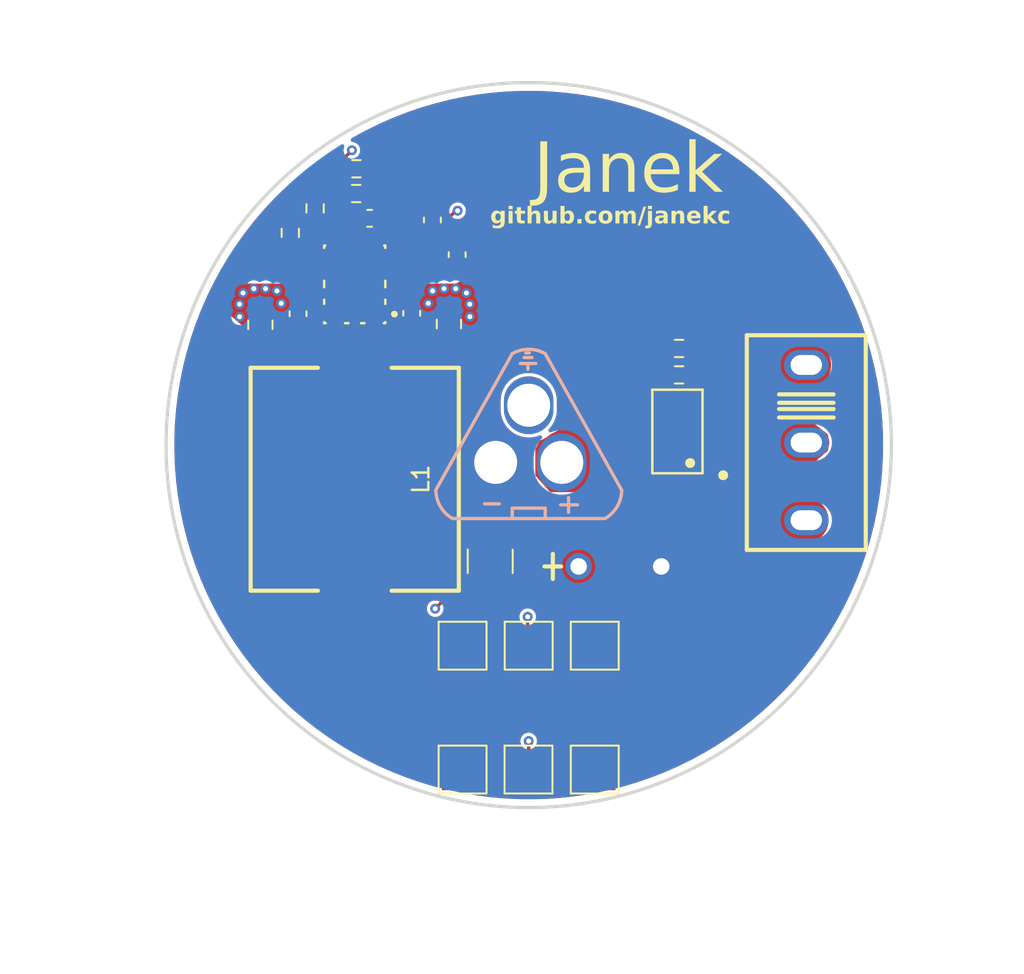
<source format=kicad_pcb>
(kicad_pcb (version 20241229) (generator "pcbnew") (generator_version "9.0")
  (layers (0 "F.Cu" signal) (4 "In1.Cu" signal) (6 "In2.Cu" signal) (2 "B.Cu" signal) (13 "F.Paste" user) (15 "B.Paste" user) (5 "F.SilkS" user "F.Silkscreen") (7 "B.SilkS" user "B.Silkscreen") (1 "F.Mask" user) (3 "B.Mask" user) (25 "Edge.Cuts" user))
  (net 0 "")
  (net 1 "GND")
  (net 2 "VDC")
  (net 3 "CBOOT")
  (net 4 "Net-(U2-SW)")
  (net 5 "Net-(Q1-S-Pad1)")
  (net 6 "Net-(Q1-G)")
  (net 7 "LED_DATA")
  (net 8 "VIN2")
  (net 9 "Net-(U2-VCC)")
  (net 10 "VIN")
  (net 11 "FB")
  (net 12 "Net-(U2-~{RESET})")
  (net 13 "Net-(U2-RT)")
  (footprint "TestPoint:TestPoint_Pad_2.5x2.5mm" (layer "F.Cu") (at 156.81 112.5)
    (property "Reference" "TP6" (hide yes))
    (property "Value" "LED_GND" (hide yes))
    (fp_line (start -1.45 -1.45) (end 1.45 -1.45) (stroke (width 0.12)) (layer "F.SilkS"))
    (fp_line (start -1.45 1.45) (end -1.45 -1.45) (stroke (width 0.12)) (layer "F.SilkS"))
    (fp_line (start 1.45 -1.45) (end 1.45 1.45) (stroke (width 0.12)) (layer "F.SilkS"))
    (fp_line (start 1.45 1.45) (end -1.45 1.45) (stroke (width 0.12)) (layer "F.SilkS"))
    (pad "1" smd rect (at 0 0) (size 2.5 2.5) (layers "F.Cu" "F.Mask") (net 1 "GND"))
  )
  (footprint "Capacitor_SMD:C_1210_3225Metric_Pad1.33x2.70mm_HandSolder" (layer "F.Cu") (at 150.4825 99.89 90)
    (property "Reference" "Cout1" (hide yes))
    (property "Value" "47uF" (hide yes))
    (fp_line (start -0.711252 -1.36) (end 0.711252 -1.36) (stroke (width 0.12)) (layer "F.SilkS"))
    (fp_line (start -0.711252 1.36) (end 0.711252 1.36) (stroke (width 0.12)) (layer "F.SilkS"))
    (pad "1" smd roundrect (at -1.5625 0 90) (size 1.325 2.7) (layers "F.Cu" "F.Mask" "F.Paste") (roundrect_rratio 0.188679) (net 2 "VDC"))
    (pad "2" smd roundrect (at 1.5625 0 90) (size 1.325 2.7) (layers "F.Cu" "F.Mask" "F.Paste") (roundrect_rratio 0.188679) (net 1 "GND"))
  )
  (footprint "Capacitor_SMD:C_0603_1608Metric_Pad1.08x0.95mm_HandSolder" (layer "F.Cu") (at 145.7325 84.87 -90)
    (property "Reference" "Cinx1" (hide yes))
    (property "Value" "1uF" (hide yes))
    (fp_line (start -0.146267 0.51) (end 0.146267 0.51) (stroke (width 0.12)) (layer "F.SilkS"))
    (fp_line (start -0.146267 -0.51) (end 0.146267 -0.51) (stroke (width 0.12)) (layer "F.SilkS"))
    (pad "1" smd roundrect (at -0.8625 0 270) (size 1.075 0.95) (layers "F.Cu" "F.Mask" "F.Paste") (net 8 "VIN2"))
    (pad "2" smd roundrect (at 0.8625 0 270) (size 1.075 0.95) (layers "F.Cu" "F.Mask" "F.Paste") (net 1 "GND"))
  )
  (footprint "TestPoint:TestPoint_Pad_2.5x2.5mm" (layer "F.Cu") (at 148.81 112.5)
    (property "Reference" "TP3" (hide yes))
    (property "Value" "LED_VDC" (hide yes))
    (fp_line (start -1.45 -1.45) (end 1.45 -1.45) (stroke (width 0.12)) (layer "F.SilkS"))
    (fp_line (start -1.45 1.45) (end -1.45 -1.45) (stroke (width 0.12)) (layer "F.SilkS"))
    (fp_line (start 1.45 -1.45) (end 1.45 1.45) (stroke (width 0.12)) (layer "F.SilkS"))
    (fp_line (start 1.45 1.45) (end -1.45 1.45) (stroke (width 0.12)) (layer "F.SilkS"))
    (pad "1" smd rect (at 0 0) (size 2.5 2.5) (layers "F.Cu" "F.Mask") (net 2 "VDC"))
  )
  (footprint "Resistor_SMD:R_0603_1608Metric_Pad0.98x0.95mm_HandSolder" (layer "F.Cu") (at 139.8825 78.52 90)
    (property "Reference" "Rt1" (hide yes))
    (property "Value" "53.6k" (hide yes))
    (fp_line (start -0.254724 -0.5225) (end 0.254724 -0.5225) (stroke (width 0.12)) (layer "F.SilkS"))
    (fp_line (start -0.254724 0.5225) (end 0.254724 0.5225) (stroke (width 0.12)) (layer "F.SilkS"))
    (pad "1" smd roundrect (at -0.9125 0 90) (size 0.975 0.95) (layers "F.Cu" "F.Mask" "F.Paste") (net 13 "Net-(U2-RT)"))
    (pad "2" smd roundrect (at 0.9125 0 90) (size 0.975 0.95) (layers "F.Cu" "F.Mask" "F.Paste") (net 1 "GND"))
  )
  (footprint "Capacitor_SMD:C_0603_1608Metric_Pad1.08x0.95mm_HandSolder" (layer "F.Cu") (at 138.8525 84.9 -90)
    (property "Reference" "Cinx2" (hide yes))
    (property "Value" "1uF" (hide yes))
    (fp_line (start -0.146267 0.51) (end 0.146267 0.51) (stroke (width 0.12)) (layer "F.SilkS"))
    (fp_line (start -0.146267 -0.51) (end 0.146267 -0.51) (stroke (width 0.12)) (layer "F.SilkS"))
    (pad "1" smd roundrect (at -0.8625 0 270) (size 1.075 0.95) (layers "F.Cu" "F.Mask" "F.Paste") (net 8 "VIN2"))
    (pad "2" smd roundrect (at 0.8625 0 270) (size 1.075 0.95) (layers "F.Cu" "F.Mask" "F.Paste") (net 1 "GND"))
  )
  (footprint "easyeda2kicad:VQFN-16_L4.5-W3.5-P0.50-TL_TI_RPH" (layer "F.Cu") (at 142.2825 82.99 180)
    (property "Reference" "U2" (hide yes))
    (property "Value" "LM61480RPHR" (hide yes))
    (fp_line (start 1.85 2.22) (end 1.85 2.08) (stroke (width 0.15)) (layer "F.SilkS"))
    (fp_line (start 1.85 0.09) (end 1.85 -0.3) (stroke (width 0.15)) (layer "F.SilkS"))
    (fp_line (start 1.85 -1.06) (end 1.85 -1.31) (stroke (width 0.15)) (layer "F.SilkS"))
    (fp_line (start 1.85 -2.42) (end 1.85 -2.48) (stroke (width 0.15)) (layer "F.SilkS"))
    (fp_line (start 1.85 -2.48) (end 1.76 -2.48) (stroke (width 0.15)) (layer "F.SilkS"))
    (fp_line (start 1.78 2.22) (end 1.85 2.22) (stroke (width 0.15)) (layer "F.SilkS"))
    (fp_line (start 0.59 -2.48) (end 0.38 -2.48) (stroke (width 0.15)) (layer "F.SilkS"))
    (fp_line (start -0.38 -2.48) (end -0.59 -2.48) (stroke (width 0.15)) (layer "F.SilkS"))
    (fp_line (start -1.76 -2.48) (end -1.85 -2.48) (stroke (width 0.15)) (layer "F.SilkS"))
    (fp_line (start -1.85 2.22) (end -1.78 2.22) (stroke (width 0.15)) (layer "F.SilkS"))
    (fp_line (start -1.85 2.08) (end -1.85 2.22) (stroke (width 0.15)) (layer "F.SilkS"))
    (fp_line (start -1.85 -0.3) (end -1.85 0.09) (stroke (width 0.15)) (layer "F.SilkS"))
    (fp_line (start -1.85 -1.31) (end -1.85 -1.06) (stroke (width 0.15)) (layer "F.SilkS"))
    (fp_line (start -1.85 -2.48) (end -1.85 -2.42) (stroke (width 0.15)) (layer "F.SilkS"))
    (fp_circle (center -2.4 -1.93) (end -2.3 -1.93) (stroke (width 0.2)) (fill no) (layer "F.SilkS"))
    (fp_circle (center -2.4 -1.93) (end -2.3 -1.93) (stroke (width 0.2)) (fill no) (layer "F.SilkS"))
    (pad "1" smd custom (at -1.38 -2.04 180) (size 0.01 0.01) (layers "F.Cu" "F.Mask" "F.Paste") (net 1 "GND") (options (clearance outline) (anchor circle)) (primitives (gr_poly (pts (xy -0.6 -0.2) (xy -0.2 -0.2) (xy -0.2 -0.55) (xy 0.6 -0.55) (xy 0.6 0.55) (xy -0.6 0.55)) (width 0.1) (fill yes))))
    (pad "2" smd rect (at -1.42 -0.68 180) (size 1.1 0.4) (layers "F.Cu" "F.Mask" "F.Paste") (net 8 "VIN2"))
    (pad "3" smd rect (at -1.55 0.39 180) (size 0.85 0.25) (layers "F.Cu" "F.Mask" "F.Paste") (net 3 "CBOOT"))
    (pad "4" smd rect (at -1.55 0.89 180) (size 0.85 0.25) (layers "F.Cu" "F.Mask" "F.Paste") (net 3 "CBOOT"))
    (pad "5" smd rect (at -1.55 1.39 180) (size 0.85 0.25) (layers "F.Cu" "F.Mask" "F.Paste") (net 2 "VDC"))
    (pad "6" smd custom (at -1.4 2.04 180) (size 0.01 0.01) (layers "F.Cu" "F.Mask" "F.Paste") (net 9 "Net-(U2-VCC)") (options (clearance outline) (anchor circle)) (primitives (gr_poly (pts (xy -0.2 -0.15) (xy -0.57 -0.15) (xy -0.57 -0.29) (xy 0.55 -0.29) (xy 0.55 0.31) (xy -0.2 0.31)) (width 0.1) (fill yes))))
    (pad "7" smd rect (at -0.5 1.99 180) (size 0.25 0.7) (layers "F.Cu" "F.Mask" "F.Paste") (net 11 "FB"))
    (pad "8" smd rect (at 0 1.92 180) (size 0.25 0.85) (layers "F.Cu" "F.Mask" "F.Paste") (net 1 "GND"))
    (pad "9" smd rect (at 0.5 1.99 180) (size 0.25 0.7) (layers "F.Cu" "F.Mask" "F.Paste") (net 13 "Net-(U2-RT)"))
    (pad "10" smd custom (at 1.4 2.04 180) (size 0.01 0.01) (layers "F.Cu" "F.Mask" "F.Paste") (net 12 "Net-(U2-~{RESET})") (options (clearance outline) (anchor circle)) (primitives (gr_poly (pts (xy 0.2 -0.15) (xy 0.57 -0.15) (xy 0.57 -0.29) (xy -0.55 -0.29) (xy -0.55 0.31) (xy 0.2 0.31)) (width 0.1) (fill yes))))
    (pad "11" smd rect (at 1.55 1.39 180) (size 0.85 0.25) (layers "F.Cu" "F.Mask" "F.Paste") (net 1 "GND"))
    (pad "12" smd rect (at 1.55 0.89 180) (size 0.85 0.25) (layers "F.Cu" "F.Mask" "F.Paste") (net 1 "GND"))
    (pad "13" smd rect (at 1.55 0.39 180) (size 0.85 0.25) (layers "F.Cu" "F.Mask" "F.Paste") (net 8 "VIN2"))
    (pad "14" smd rect (at 1.42 -0.68 180) (size 1.1 0.4) (layers "F.Cu" "F.Mask" "F.Paste") (net 8 "VIN2"))
    (pad "15" smd custom (at 1.37 -2.04 180) (size 0.01 0.01) (layers "F.Cu" "F.Mask" "F.Paste") (net 1 "GND") (options (clearance outline) (anchor circle)) (primitives (gr_poly (pts (xy 0.6 -0.2) (xy 0.2 -0.2) (xy 0.2 -0.55) (xy -0.6 -0.55) (xy -0.6 0.55) (xy 0.6 0.55)) (width 0.1) (fill yes))))
    (pad "16" smd rect (at 0 -1.09 180) (size 0.4 3) (layers "F.Cu" "F.Mask" "F.Paste") (net 4 "Net-(U2-SW)"))
  )
  (footprint "easyeda2kicad:SOIC-8_L4.9-W3.9-P1.27-LS6.0-BL" (layer "F.Cu") (at 161.8125 92.0275 90)
    (property "Reference" "Q1" (hide yes))
    (property "Value" "AO4407A" (hide yes))
    (fp_line (start 2.53 -1.52) (end 2.53 1.52) (stroke (width 0.15)) (layer "F.SilkS"))
    (fp_line (start -2.53 -1.52) (end 2.53 -1.52) (stroke (width 0.15)) (layer "F.SilkS"))
    (fp_line (start 2.53 1.52) (end -2.53 1.52) (stroke (width 0.15)) (layer "F.SilkS"))
    (fp_line (start -2.53 1.52) (end -2.53 -1.52) (stroke (width 0.15)) (layer "F.SilkS"))
    (fp_circle (center -1.91 0.77) (end -1.76 0.77) (stroke (width 0.3)) (fill no) (layer "F.SilkS"))
    (fp_circle (center -2.65 2.77) (end -2.5 2.77) (stroke (width 0.3)) (fill no) (layer "F.SilkS"))
    (pad "1" smd oval (at -1.91 2.77 90) (size 0.59 2.05) (layers "F.Cu" "F.Mask" "F.Paste") (net 5 "Net-(Q1-S-Pad1)"))
    (pad "2" smd oval (at -0.63 2.77 90) (size 0.59 2.05) (layers "F.Cu" "F.Mask" "F.Paste") (net 5 "Net-(Q1-S-Pad1)"))
    (pad "3" smd oval (at 0.63 2.77 90) (size 0.59 2.05) (layers "F.Cu" "F.Mask" "F.Paste") (net 5 "Net-(Q1-S-Pad1)"))
    (pad "4" smd oval (at 1.9 2.77 90) (size 0.59 2.05) (layers "F.Cu" "F.Mask" "F.Paste") (net 6 "Net-(Q1-G)"))
    (pad "5" smd oval (at 1.9 -2.77 90) (size 0.59 2.05) (layers "F.Cu" "F.Mask" "F.Paste") (net 10 "VIN"))
    (pad "6" smd oval (at 0.63 -2.77 90) (size 0.59 2.05) (layers "F.Cu" "F.Mask" "F.Paste") (net 10 "VIN"))
    (pad "7" smd oval (at -0.63 -2.77 90) (size 0.59 2.05) (layers "F.Cu" "F.Mask" "F.Paste") (net 10 "VIN"))
    (pad "8" smd oval (at -1.91 -2.77 90) (size 0.59 2.05) (layers "F.Cu" "F.Mask" "F.Paste") (net 10 "VIN"))
  )
  (footprint "Resistor_SMD:R_0603_1608Metric_Pad0.98x0.95mm_HandSolder" (layer "F.Cu") (at 161.9125 88.6)
    (property "Reference" "R1" (hide yes))
    (property "Value" "100R" (hide yes))
    (fp_line (start -0.254724 -0.5225) (end 0.254724 -0.5225) (stroke (width 0.12)) (layer "F.SilkS"))
    (fp_line (start -0.254724 0.5225) (end 0.254724 0.5225) (stroke (width 0.12)) (layer "F.SilkS"))
    (pad "1" smd roundrect (at -0.9125 0) (size 0.975 0.95) (layers "F.Cu" "F.Mask" "F.Paste") (net 10 "VIN"))
    (pad "2" smd roundrect (at 0.9125 0) (size 0.975 0.95) (layers "F.Cu" "F.Mask" "F.Paste") (net 6 "Net-(Q1-G)"))
  )
  (footprint "easyeda2kicad:IND-SMD_L13.5-W12.6" (layer "F.Cu") (at 142.2825 94.92 -90)
    (property "Reference" "L1" (at 0 -4 90) (layer "F.SilkS"))
    (property "Value" "15uH" (hide yes))
    (fp_line (start -6.75 6.3) (end -6.75 2.23) (stroke (width 0.25)) (layer "F.SilkS"))
    (fp_line (start 6.75 6.3) (end -6.75 6.3) (stroke (width 0.25)) (layer "F.SilkS"))
    (fp_line (start 6.75 6.3) (end 6.75 2.23) (stroke (width 0.25)) (layer "F.SilkS"))
    (fp_line (start -6.75 -2.23) (end -6.75 -6.3) (stroke (width 0.25)) (layer "F.SilkS"))
    (fp_line (start 6.75 -2.23) (end 6.75 -6.3) (stroke (width 0.25)) (layer "F.SilkS"))
    (fp_line (start -6.75 -6.3) (end 6.75 -6.3) (stroke (width 0.25)) (layer "F.SilkS"))
    (pad "1" smd rect (at -6 0) (size 4 3.5) (layers "F.Cu" "F.Mask" "F.Paste") (net 4 "Net-(U2-SW)"))
    (pad "2" smd rect (at 6 0) (size 4 3.5) (layers "F.Cu" "F.Mask" "F.Paste") (net 2 "VDC"))
  )
  (footprint "TestPoint:TestPoint_Pad_2.5x2.5mm" (layer "F.Cu") (at 152.81 105)
    (property "Reference" "TP5" (hide yes))
    (property "Value" "LED_DATA" (hide yes))
    (fp_line (start -1.45 -1.45) (end 1.45 -1.45) (stroke (width 0.12)) (layer "F.SilkS"))
    (fp_line (start -1.45 1.45) (end -1.45 -1.45) (stroke (width 0.12)) (layer "F.SilkS"))
    (fp_line (start 1.45 -1.45) (end 1.45 1.45) (stroke (width 0.12)) (layer "F.SilkS"))
    (fp_line (start 1.45 1.45) (end -1.45 1.45) (stroke (width 0.12)) (layer "F.SilkS"))
    (pad "1" smd rect (at 0 0) (size 2.5 2.5) (layers "F.Cu" "F.Mask") (net 7 "LED_DATA"))
  )
  (footprint "Capacitor_SMD:C_0603_1608Metric_Pad1.08x0.95mm_HandSolder" (layer "F.Cu") (at 146.9825 79.22 90)
    (property "Reference" "Cbias1" (hide yes))
    (property "Value" "100nF" (hide yes))
    (fp_line (start -0.146267 -0.51) (end 0.146267 -0.51) (stroke (width 0.12)) (layer "F.SilkS"))
    (fp_line (start -0.146267 0.51) (end 0.146267 0.51) (stroke (width 0.12)) (layer "F.SilkS"))
    (pad "1" smd roundrect (at -0.8625 0 90) (size 1.075 0.95) (layers "F.Cu" "F.Mask" "F.Paste") (net 2 "VDC"))
    (pad "2" smd roundrect (at 0.8625 0 90) (size 1.075 0.95) (layers "F.Cu" "F.Mask" "F.Paste") (net 1 "GND"))
  )
  (footprint "Capacitor_SMD:C_0805_2012Metric_Pad1.18x1.45mm_HandSolder" (layer "F.Cu") (at 136.5725 85.57 -90)
    (property "Reference" "Cin2" (hide yes))
    (property "Value" "10uF" (hide yes))
    (fp_line (start -0.261252 0.735) (end 0.261252 0.735) (stroke (width 0.12)) (layer "F.SilkS"))
    (fp_line (start -0.261252 -0.735) (end 0.261252 -0.735) (stroke (width 0.12)) (layer "F.SilkS"))
    (pad "1" smd roundrect (at -1.0375 0 270) (size 1.175 1.45) (layers "F.Cu" "F.Mask" "F.Paste") (roundrect_rratio 0.212766) (net 8 "VIN2"))
    (pad "2" smd roundrect (at 1.0375 0 270) (size 1.175 1.45) (layers "F.Cu" "F.Mask" "F.Paste") (roundrect_rratio 0.212766) (net 1 "GND"))
  )
  (footprint "Capacitor_SMD:C_0603_1608Metric_Pad1.08x0.95mm_HandSolder" (layer "F.Cu") (at 148.4825 81.32 90)
    (property "Reference" "Cboot1" (hide yes))
    (property "Value" "100nF" (hide yes))
    (fp_line (start -0.146267 -0.51) (end 0.146267 -0.51) (stroke (width 0.12)) (layer "F.SilkS"))
    (fp_line (start -0.146267 0.51) (end 0.146267 0.51) (stroke (width 0.12)) (layer "F.SilkS"))
    (pad "1" smd roundrect (at -0.8625 0 90) (size 1.075 0.95) (layers "F.Cu" "F.Mask" "F.Paste") (net 4 "Net-(U2-SW)"))
    (pad "2" smd roundrect (at 0.8625 0 90) (size 1.075 0.95) (layers "F.Cu" "F.Mask" "F.Paste") (net 3 "CBOOT"))
  )
  (footprint "easyeda2kicad:SW-TH_XKB_SS-12M11XX" (layer "F.Cu") (at 169.6125 92.7 -90)
    (property "Reference" "SW1" (hide yes))
    (property "Value" "SS-12M11G5" (hide yes))
    (fp_line (start -6.5 3.6) (end 6.5 3.6) (stroke (width 0.25)) (layer "F.SilkS"))
    (fp_line (start -2.92 -1.65) (end -2.92 1.65) (stroke (width 0.25)) (layer "F.SilkS"))
    (fp_line (start -2.41 -1.65) (end -2.41 1.65) (stroke (width 0.25)) (layer "F.SilkS"))
    (fp_line (start -2.03 -1.65) (end -2.03 1.65) (stroke (width 0.25)) (layer "F.SilkS"))
    (fp_line (start -1.52 -1.65) (end -1.52 1.65) (stroke (width 0.25)) (layer "F.SilkS"))
    (fp_line (start -6.5 -3.6) (end -6.5 3.6) (stroke (width 0.25)) (layer "F.SilkS"))
    (fp_line (start -6.5 -3.6) (end 6.5 -3.6) (stroke (width 0.25)) (layer "F.SilkS"))
    (fp_line (start 6.5 -3.6) (end 6.5 3.6) (stroke (width 0.25)) (layer "F.SilkS"))
    (pad "1" thru_hole oval (at -4.7 0 270) (size 1.8 2.7) (drill oval 1.199998 1.899996) (layers "*.Cu" "*.Mask") (net 8 "VIN2"))
    (pad "2" thru_hole oval (at 0 0 270) (size 1.8 2.7) (drill oval 1.199998 1.899996) (layers "*.Cu" "*.Mask") (net 5 "Net-(Q1-S-Pad1)"))
    (pad "3" thru_hole oval (at 4.7 0 270) (size 1.8 2.7) (drill oval 1.199998 1.899996) (layers "*.Cu" "*.Mask") (net 2 "VDC"))
  )
  (footprint "Resistor_SMD:R_0603_1608Metric_Pad0.98x0.95mm_HandSolder" (layer "F.Cu") (at 138.3825 80 90)
    (property "Reference" "Rreset1" (hide yes))
    (property "Value" "100k" (hide yes))
    (fp_line (start -0.254724 -0.5225) (end 0.254724 -0.5225) (stroke (width 0.12)) (layer "F.SilkS"))
    (fp_line (start -0.254724 0.5225) (end 0.254724 0.5225) (stroke (width 0.12)) (layer "F.SilkS"))
    (pad "1" smd roundrect (at -0.9125 0 90) (size 0.975 0.95) (layers "F.Cu" "F.Mask" "F.Paste") (net 12 "Net-(U2-~{RESET})"))
    (pad "2" smd roundrect (at 0.9125 0 90) (size 0.975 0.95) (layers "F.Cu" "F.Mask" "F.Paste") (net 2 "VDC"))
  )
  (footprint "TestPoint:TestPoint_Pad_2.5x2.5mm" (layer "F.Cu") (at 152.8 112.5)
    (property "Reference" "TP2" (hide yes))
    (property "Value" "LED_DATA" (hide yes))
    (fp_line (start -1.45 -1.45) (end 1.45 -1.45) (stroke (width 0.12)) (layer "F.SilkS"))
    (fp_line (start -1.45 1.45) (end -1.45 -1.45) (stroke (width 0.12)) (layer "F.SilkS"))
    (fp_line (start 1.45 -1.45) (end 1.45 1.45) (stroke (width 0.12)) (layer "F.SilkS"))
    (fp_line (start 1.45 1.45) (end -1.45 1.45) (stroke (width 0.12)) (layer "F.SilkS"))
    (pad "1" smd rect (at 0 0) (size 2.5 2.5) (layers "F.Cu" "F.Mask") (net 7 "LED_DATA"))
  )
  (footprint "TestPoint:TestPoint_Pad_2.5x2.5mm" (layer "F.Cu") (at 156.81 105)
    (property "Reference" "TP4" (hide yes))
    (property "Value" "LED_VDC" (hide yes))
    (fp_line (start -1.45 -1.45) (end 1.45 -1.45) (stroke (width 0.12)) (layer "F.SilkS"))
    (fp_line (start -1.45 1.45) (end -1.45 -1.45) (stroke (width 0.12)) (layer "F.SilkS"))
    (fp_line (start 1.45 -1.45) (end 1.45 1.45) (stroke (width 0.12)) (layer "F.SilkS"))
    (fp_line (start 1.45 1.45) (end -1.45 1.45) (stroke (width 0.12)) (layer "F.SilkS"))
    (pad "1" smd rect (at 0 0) (size 2.5 2.5) (layers "F.Cu" "F.Mask") (net 2 "VDC"))
  )
  (footprint "easyeda2kicad:CAP-TH_BD10.0-P5.00-D0.6-FD" (layer "F.Cu") (at 158.3325 100.2)
    (property "Reference" "C1" (hide yes))
    (property "Value" "470uF" (hide yes))
    (fp_line (start -4.57 0) (end -3.56 0) (stroke (width 0.25)) (layer "F.SilkS"))
    (fp_line (start -4.06 -0.76) (end -4.06 0.76) (stroke (width 0.25)) (layer "F.SilkS"))
    (pad "1" thru_hole circle (at -2.5 0) (size 1.6 1.6) (drill 0.999998) (layers "*.Cu" "*.Mask") (net 2 "VDC"))
    (pad "2" thru_hole circle (at 2.5 0) (size 1.6 1.6) (drill 0.999998) (layers "*.Cu" "*.Mask") (net 1 "GND"))
  )
  (footprint "Capacitor_SMD:C_0805_2012Metric_Pad1.18x1.45mm_HandSolder" (layer "F.Cu") (at 147.9825 85.52 -90)
    (property "Reference" "Cin1" (hide yes))
    (property "Value" "10uF" (hide yes))
    (fp_line (start -0.261252 0.735) (end 0.261252 0.735) (stroke (width 0.12)) (layer "F.SilkS"))
    (fp_line (start -0.261252 -0.735) (end 0.261252 -0.735) (stroke (width 0.12)) (layer "F.SilkS"))
    (pad "1" smd roundrect (at -1.0375 0 270) (size 1.175 1.45) (layers "F.Cu" "F.Mask" "F.Paste") (roundrect_rratio 0.212766) (net 8 "VIN2"))
    (pad "2" smd roundrect (at 1.0375 0 270) (size 1.175 1.45) (layers "F.Cu" "F.Mask" "F.Paste") (roundrect_rratio 0.212766) (net 1 "GND"))
  )
  (footprint "Capacitor_SMD:C_0603_1608Metric_Pad1.08x0.95mm_HandSolder" (layer "F.Cu") (at 143.1825 79.12 180)
    (property "Reference" "Cvcc1" (hide yes))
    (property "Value" "1uF" (hide yes))
    (fp_line (start -0.146267 0.51) (end 0.146267 0.51) (stroke (width 0.12)) (layer "F.SilkS"))
    (fp_line (start -0.146267 -0.51) (end 0.146267 -0.51) (stroke (width 0.12)) (layer "F.SilkS"))
    (pad "1" smd roundrect (at -0.8625 0 180) (size 1.075 0.95) (layers "F.Cu" "F.Mask" "F.Paste") (net 9 "Net-(U2-VCC)"))
    (pad "2" smd roundrect (at 0.8625 0 180) (size 1.075 0.95) (layers "F.Cu" "F.Mask" "F.Paste") (net 1 "GND"))
  )
  (footprint "Resistor_SMD:R_0603_1608Metric_Pad0.98x0.95mm_HandSolder" (layer "F.Cu") (at 161.9125 87 180)
    (property "Reference" "R2" (hide yes))
    (property "Value" "1M" (hide yes))
    (fp_line (start -0.254724 0.5225) (end 0.254724 0.5225) (stroke (width 0.12)) (layer "F.SilkS"))
    (fp_line (start -0.254724 -0.5225) (end 0.254724 -0.5225) (stroke (width 0.12)) (layer "F.SilkS"))
    (pad "1" smd roundrect (at -0.9125 0 180) (size 0.975 0.95) (layers "F.Cu" "F.Mask" "F.Paste") (net 6 "Net-(Q1-G)"))
    (pad "2" smd roundrect (at 0.9125 0 180) (size 0.975 0.95) (layers "F.Cu" "F.Mask" "F.Paste") (net 1 "GND"))
  )
  (footprint "Resistor_SMD:R_0603_1608Metric_Pad0.98x0.95mm_HandSolder" (layer "F.Cu") (at 142.37 77.62)
    (property "Reference" "Rfbb1" (hide yes))
    (property "Value" "9.09k" (hide yes))
    (fp_line (start -0.254724 -0.5225) (end 0.254724 -0.5225) (stroke (width 0.12)) (layer "F.SilkS"))
    (fp_line (start -0.254724 0.5225) (end 0.254724 0.5225) (stroke (width 0.12)) (layer "F.SilkS"))
    (pad "1" smd roundrect (at -0.9125 0) (size 0.975 0.95) (layers "F.Cu" "F.Mask" "F.Paste") (net 1 "GND"))
    (pad "2" smd roundrect (at 0.9125 0) (size 0.975 0.95) (layers "F.Cu" "F.Mask" "F.Paste") (net 11 "FB"))
  )
  (footprint "TestPoint:TestPoint_Pad_2.5x2.5mm" (layer "F.Cu") (at 148.81 105)
    (property "Reference" "TP1" (hide yes))
    (property "Value" "LED_GND" (hide yes))
    (fp_line (start -1.45 -1.45) (end 1.45 -1.45) (stroke (width 0.12)) (layer "F.SilkS"))
    (fp_line (start -1.45 1.45) (end -1.45 -1.45) (stroke (width 0.12)) (layer "F.SilkS"))
    (fp_line (start 1.45 -1.45) (end 1.45 1.45) (stroke (width 0.12)) (layer "F.SilkS"))
    (fp_line (start 1.45 1.45) (end -1.45 1.45) (stroke (width 0.12)) (layer "F.SilkS"))
    (pad "1" smd rect (at 0 0) (size 2.5 2.5) (layers "F.Cu" "F.Mask") (net 1 "GND"))
  )
  (footprint "Resistor_SMD:R_0603_1608Metric_Pad0.98x0.95mm_HandSolder" (layer "F.Cu") (at 142.3825 76.12 180)
    (property "Reference" "Rfbt1" (hide yes))
    (property "Value" "100k" (hide yes))
    (fp_line (start -0.254724 0.5225) (end 0.254724 0.5225) (stroke (width 0.12)) (layer "F.SilkS"))
    (fp_line (start -0.254724 -0.5225) (end 0.254724 -0.5225) (stroke (width 0.12)) (layer "F.SilkS"))
    (pad "1" smd roundrect (at -0.9125 0 180) (size 0.975 0.95) (layers "F.Cu" "F.Mask" "F.Paste") (net 11 "FB"))
    (pad "2" smd roundrect (at 0.9125 0 180) (size 0.975 0.95) (layers "F.Cu" "F.Mask" "F.Paste") (net 2 "VDC"))
  )
  (footprint "easyeda2kicad:CONN-TH_MT30-M" (layer "B.Cu") (at 152.8125 92.17 -90)
    (property "Reference" "U1" (hide yes))
    (property "Value" "MT30-M" (hide yes))
    (fp_line (start 4.24 1.78) (end 4.24 2.67) (stroke (width 0.2)) (layer "B.SilkS"))
    (fp_line (start -4.85 1) (end 3.4 5.62) (stroke (width 0.2)) (layer "B.SilkS"))
    (fp_line (start 4.5 1) (end 5.11 1) (stroke (width 0.2)) (layer "B.SilkS"))
    (fp_line (start 5.11 1) (end 5.13 1.02) (stroke (width 0.2)) (layer "B.SilkS"))
    (fp_line (start -3.91 0.05) (end -4.21 0.05) (stroke (width 0.2)) (layer "B.SilkS"))
    (fp_line (start -4.9 -0.03) (end -4.9 0.18) (stroke (width 0.2)) (layer "B.SilkS"))
    (fp_line (start -4.62 -0.2) (end -4.62 0.28) (stroke (width 0.2)) (layer "B.SilkS"))
    (fp_line (start -4.26 -0.43) (end -4.26 0.51) (stroke (width 0.2)) (layer "B.SilkS"))
    (fp_line (start 4.5 -1) (end 4.5 1) (stroke (width 0.2)) (layer "B.SilkS"))
    (fp_line (start 5.11 -1) (end 4.5 -1) (stroke (width 0.2)) (layer "B.SilkS"))
    (fp_line (start 5.13 -1.02) (end 5.11 -1) (stroke (width 0.2)) (layer "B.SilkS"))
    (fp_line (start 4.75 -2.41) (end 3.86 -2.41) (stroke (width 0.2)) (layer "B.SilkS"))
    (fp_line (start 4.3 -2.95) (end 4.3 -1.93) (stroke (width 0.2)) (layer "B.SilkS"))
    (fp_line (start 5.13 -4.62) (end 5.13 4.62) (stroke (width 0.2)) (layer "B.SilkS"))
    (fp_line (start 3.4 -5.62) (end -4.85 -1) (stroke (width 0.2)) (layer "B.SilkS"))
    (fp_arc (start 5.126012 4.613158) (mid 4.397756 5.347579) (end 3.4 5.62) (stroke (width 0.2)) (layer "B.SilkS"))
    (fp_arc (start -4.851025 0.998224) (mid -5.118224 -0.001025) (end -4.85 -1) (stroke (width 0.2)) (layer "B.SilkS"))
    (fp_arc (start 3.396076 -5.626879) (mid 4.397793 -5.355498) (end 5.13 -4.62) (stroke (width 0.2)) (layer "B.SilkS"))
    (pad "1" thru_hole oval (at 1.73 2 270) (size 3.5 3) (drill oval 2.605075 2.599995) (layers "*.Cu" "*.Mask") (net 1 "GND"))
    (pad "2" thru_hole oval (at -1.73 0 270) (size 3.5 3) (drill oval 2.605075 2.599995) (layers "*.Cu" "*.Mask") (net 7 "LED_DATA"))
    (pad "3" thru_hole oval (at 1.73 -2 270) (size 3.5 3) (drill oval 2.605075 2.599995) (layers "*.Cu" "*.Mask") (net 10 "VIN"))
  )
  (gr_circle (center 152.8125 92.85) (end 174.7625 92.85) (stroke (width 0.2)) (fill no) (layer "Edge.Cuts"))
  (gr_text "Janek" (at 153.1 78.025 0) (layer "F.SilkS") (effects (font (size 3 3) (thickness 0.1)) (justify left bottom)))
  (gr_text "github.com/janekc" (at 150.475 79.6 0) (layer "F.SilkS") (effects (font (size 1 1) (thickness 0.2) (bold yes)) (justify left bottom)))
  (segment (start 156.81 105) (end 156.81 100.39) (width 2.7) (layer "F.Cu") (net 2))
  (segment (start 154.9125 101.12) (end 155.8325 100.2) (width 2.7) (layer "F.Cu") (net 2))
  (segment (start 159.8 97.4) (end 157 100.2) (width 2.7) (layer "F.Cu") (net 2))
  (segment (start 156.81 100.39) (end 157 100.2) (width 2.7) (layer "F.Cu") (net 2))
  (segment (start 154.37 108.63) (end 151.37 108.63) (width 2.7) (layer "F.Cu") (net 2))
  (segment (start 139.88 76.12) (end 138.3825 77.6175) (width 0.2) (layer "F.Cu") (net 2))
  (segment (start 148.4575 101.4525) (end 150.4825 101.4525) (width 0.2) (layer "F.Cu") (net 2))
  (segment (start 145.465 81.6) (end 146.9825 80.0825) (width 0.2) (layer "F.Cu") (net 2))
  (segment (start 148.81 111.19) (end 148.81 112.5) (width 2.7) (layer "F.Cu") (net 2))
  (segment (start 147.15 102.76) (end 148.4575 101.4525) (width 0.2) (layer "F.Cu") (net 2))
  (segment (start 169.6125 97.4) (end 159.8 97.4) (width 2.7) (layer "F.Cu") (net 2))
  (segment (start 156.81 106.19) (end 154.37 108.63) (width 2.7) (layer "F.Cu") (net 2))
  (segment (start 142.2825 100.92) (end 149.95 100.92) (width 2.7) (layer "F.Cu") (net 2))
  (segment (start 143.8325 81.6) (end 145.465 81.6) (width 0.2) (layer "F.Cu") (net 2))
  (segment (start 148.405 78.66) (end 148.51 78.66) (width 0.2) (layer "F.Cu") (net 2))
  (segment (start 146.9825 80.0825) (end 148.405 78.66) (width 0.2) (layer "F.Cu") (net 2))
  (segment (start 138.3825 77.6175) (end 138.3825 79.0875) (width 0.2) (layer "F.Cu") (net 2))
  (segment (start 141.47 76.12) (end 141.47 75.64) (width 0.2) (layer "F.Cu") (net 2))
  (segment (start 149.95 100.92) (end 150.4825 101.4525) (width 2.7) (layer "F.Cu") (net 2))
  (segment (start 141.47 76.12) (end 139.88 76.12) (width 0.2) (layer "F.Cu") (net 2))
  (segment (start 141.47 75.64) (end 142.11 75) (width 0.2) (layer "F.Cu") (net 2))
  (segment (start 151.37 108.63) (end 148.81 111.19) (width 2.7) (layer "F.Cu") (net 2))
  (segment (start 155.8325 100.2) (end 157 100.2) (width 2.7) (layer "F.Cu") (net 2))
  (segment (start 150.4825 101.4525) (end 150.815 101.12) (width 2.7) (layer "F.Cu") (net 2))
  (segment (start 150.815 101.12) (end 154.9125 101.12) (width 2.7) (layer "F.Cu") (net 2))
  (segment (start 156.81 105) (end 156.81 106.19) (width 2.7) (layer "F.Cu") (net 2))
  (via (at 147.15 102.76) (size 0.6) (drill 0.3) (layers "F.Cu" "B.Cu") (net 2))
  (via (at 148.51 78.66) (size 0.6) (drill 0.3) (layers "F.Cu" "B.Cu") (net 2))
  (via (at 142.11 75) (size 0.6) (drill 0.3) (layers "F.Cu" "B.Cu") (net 2))
  (segment (start 143.8325 82.1) (end 143.8325 82.6) (width 0.2) (layer "F.Cu") (net 3))
  (segment (start 146.84 82.1) (end 143.8325 82.1) (width 0.2) (layer "F.Cu") (net 3))
  (segment (start 148.4825 80.4575) (end 146.84 82.1) (width 0.2) (layer "F.Cu") (net 3))
  (segment (start 142.2825 84.08) (end 142.2825 83.12) (width 0.2) (layer "F.Cu") (net 4))
  (segment (start 147.975 82.69) (end 144.7125 82.69) (width 0.2) (layer "F.Cu") (net 4))
  (segment (start 144.3225 83.08) (end 142.4825 83.08) (width 0.2) (layer "F.Cu") (net 4))
  (segment (start 148.4825 82.1825) (end 147.975 82.69) (width 0.2) (layer "F.Cu") (net 4))
  (segment (start 144.7125 82.69) (end 144.3225 83.08) (width 0.2) (layer "F.Cu") (net 4))
  (segment (start 142.4825 83.08) (end 142.2825 83.28) (width 0.2) (layer "F.Cu") (net 4))
  (segment (start 142.2825 83.28) (end 142.2825 84.08) (width 0.2) (layer "F.Cu") (net 4))
  (segment (start 163.025 87.8) (end 162.825 87.6) (width 0.2) (layer "F.Cu") (net 6))
  (segment (start 163.4125 87.8) (end 163.025 87.8) (width 0.2) (layer "F.Cu") (net 6))
  (segment (start 164.5825 90.1275) (end 164.5825 88.97) (width 0.2) (layer "F.Cu") (net 6))
  (segment (start 162.825 87.6) (end 162.825 87) (width 0.2) (layer "F.Cu") (net 6))
  (segment (start 163.0125 87.8) (end 162.825 87.9875) (width 0.2) (layer "F.Cu") (net 6))
  (segment (start 162.825 87.9875) (end 162.825 88.6) (width 0.2) (layer "F.Cu") (net 6))
  (segment (start 164.5825 88.97) (end 163.4125 87.8) (width 0.2) (layer "F.Cu") (net 6))
  (segment (start 152.75 103.25) (end 152.75 104.94) (width 0.2) (layer "F.Cu") (net 7))
  (segment (start 152.81 112.49) (end 152.8 112.5) (width 0.2) (layer "F.Cu") (net 7))
  (segment (start 152.81 110.775) (end 152.81 112.49) (width 0.2) (layer "F.Cu") (net 7))
  (segment (start 152.75 104.94) (end 152.81 105) (width 0.2) (layer "F.Cu") (net 7))
  (via (at 152.81 110.775) (size 0.6) (drill 0.3) (layers "F.Cu" "B.Cu") (net 7))
  (via (at 152.75 103.25) (size 0.6) (drill 0.3) (layers "F.Cu" "B.Cu") (net 7))
  (segment (start 140.7325 83.54) (end 140.8625 83.67) (width 0.2) (layer "F.Cu") (net 8))
  (segment (start 140.7325 82.6) (end 140.7325 83.54) (width 0.2) (layer "F.Cu") (net 8))
  (segment (start 149.08 84.4825) (end 147.9825 84.4825) (width 2.5) (layer "F.Cu") (net 8))
  (segment (start 149.2425 84.32) (end 149.08 84.4825) (width 2.7) (layer "F.Cu") (net 8))
  (segment (start 165.9325 84.32) (end 149.2425 84.32) (width 3) (layer "F.Cu") (net 8))
  (segment (start 169.6125 88) (end 165.9325 84.32) (width 3) (layer "F.Cu") (net 8))
  (via (at 135.314764 85.08) (size 0.6) (drill 0.3) (layers "F.Cu" "B.Cu") (net 8))
  (via (at 135.3125 84.32) (size 0.6) (drill 0.3) (layers "F.Cu" "B.Cu") (net 8))
  (via (at 146.7325 84.27) (size 0.6) (drill 0.3) (layers "F.Cu" "B.Cu") (net 8))
  (via (at 136.174764 83.38) (size 0.6) (drill 0.3) (layers "F.Cu" "B.Cu") (net 8))
  (via (at 149.2525 85.08) (size 0.6) (drill 0.3) (layers "F.Cu" "B.Cu") (net 8))
  (via (at 137.834764 84.27) (size 0.6) (drill 0.3) (layers "F.Cu" "B.Cu") (net 8))
  (via (at 146.995918 83.514609) (size 0.6) (drill 0.3) (layers "F.Cu" "B.Cu") (net 8))
  (via (at 148.3925 83.38) (size 0.6) (drill 0.3) (layers "F.Cu" "B.Cu") (net 8))
  (via (at 135.524764 83.64) (size 0.6) (drill 0.3) (layers "F.Cu" "B.Cu") (net 8))
  (via (at 136.884764 83.38) (size 0.6) (drill 0.3) (layers "F.Cu" "B.Cu") (net 8))
  (via (at 149.0425 83.64) (size 0.6) (drill 0.3) (layers "F.Cu" "B.Cu") (net 8))
  (via (at 137.571346 83.514609) (size 0.6) (drill 0.3) (layers "F.Cu" "B.Cu") (net 8))
  (via (at 147.6825 83.38) (size 0.6) (drill 0.3) (layers "F.Cu" "B.Cu") (net 8))
  (via (at 149.2425 84.32) (size 0.6) (drill 0.3) (layers "F.Cu" "B.Cu") (net 8))
  (segment (start 144.3725 80.19) (end 144.3525 80.21) (width 0.4) (layer "F.Cu") (net 9))
  (segment (start 144.2525 79.12) (end 144.3725 79.24) (width 0.4) (layer "F.Cu") (net 9))
  (segment (start 144.3525 80.28) (end 143.6825 80.95) (width 0.4) (layer "F.Cu") (net 9))
  (segment (start 144.3725 79.24) (end 144.3725 80.19) (width 0.4) (layer "F.Cu") (net 9))
  (segment (start 144.3525 80.21) (end 144.3525 80.28) (width 0.4) (layer "F.Cu") (net 9))
  (segment (start 144.045 79.12) (end 144.2525 79.12) (width 0.4) (layer "F.Cu") (net 9))
  (segment (start 142.7825 81) (end 142.7825 80.11) (width 0.2) (layer "F.Cu") (net 11))
  (segment (start 142.7825 80.11) (end 143.1925 79.7) (width 0.2) (layer "F.Cu") (net 11))
  (segment (start 143.2825 77.62) (end 143.2825 76.1325) (width 0.2) (layer "F.Cu") (net 11))
  (segment (start 143.1925 79.7) (end 143.1925 77.71) (width 0.2) (layer "F.Cu") (net 11))
  (segment (start 143.1925 77.71) (end 143.2825 77.62) (width 0.2) (layer "F.Cu") (net 11))
  (segment (start 143.2825 76.1325) (end 143.295 76.12) (width 0.2) (layer "F.Cu") (net 11))
  (segment (start 139.8625 80.9125) (end 138.3825 80.9125) (width 0.4) (layer "F.Cu") (net 12))
  (segment (start 139.9 80.95) (end 139.8625 80.9125) (width 0.4) (layer "F.Cu") (net 12))
  (segment (start 140.8825 80.95) (end 139.9 80.95) (width 0.4) (layer "F.Cu") (net 12))
  (segment (start 139.8825 79.4325) (end 140.01 79.56) (width 0.2) (layer "F.Cu") (net 13))
  (segment (start 141.7935 80.491008) (end 141.7935 81) (width 0.2) (layer "F.Cu") (net 13))
  (segment (start 140.01 79.56) (end 140.862492 79.56) (width 0.2) (layer "F.Cu") (net 13))
  (segment (start 140.862492 79.56) (end 141.7935 80.491008) (width 0.2) (layer "F.Cu") (net 13))
  (zone (net 4) (net_name "Net-(U2-SW)") (layer "F.Cu") (priority 4) (connect_pads yes (clearance 0.2)) (min_thickness 0.25) (fill yes (thermal_gap 0.5) (thermal_bridge_width 0.5))
    (polygon (pts (xy 142.07 82.58) (xy 142.5 82.58) (xy 142.5 85.58) (xy 144.29 87.17) (xy 144.29 90.68) (xy 140.27 90.68) (xy 140.27 87.17) (xy 142.07 85.58)))
  )
  (zone (net 10) (net_name "VIN") (layer "F.Cu") (priority 1) (connect_pads yes (clearance 0.5)) (min_thickness 0.25) (fill yes (thermal_gap 0.5) (thermal_bridge_width 0.5))
    (polygon (pts (xy 154.9125 91.8) (xy 155.8125 88.7) (xy 160.6125 88.1) (xy 161.5125 88.1) (xy 161.5125 89.1) (xy 160.6125 90.2) (xy 160.6125 94.6) (xy 155.5125 95.7) (xy 154.1125 95.7) (xy 153.2125 94.7) (xy 153.2125 93.1) (xy 153.5125 92.5)))
  )
  (zone (net 8) (net_name "VIN2") (layer "F.Cu") (priority 2) (connect_pads yes (clearance 0.2)) (min_thickness 0.25) (fill yes (thermal_gap 0.5) (thermal_bridge_width 0.5))
    (polygon (pts (xy 143.0825 83.92) (xy 144.4825 83.92) (xy 145.1825 84.75) (xy 146.3125 85.07) (xy 147.1825 85.57) (xy 149.1525 85.57) (xy 149.8225 84.9875) (xy 149.8225 83.549375) (xy 149.343125 83.07) (xy 145.0325 83.07) (xy 144.2325 83.32) (xy 143.0825 83.32)))
  )
  (zone (net 8) (net_name "VIN2") (layer "F.Cu") (priority 2) (connect_pads yes (clearance 0.2)) (min_thickness 0.25) (fill yes (thermal_gap 0.5) (thermal_bridge_width 0.5))
    (polygon (pts (xy 141.484764 83.92) (xy 140.084764 83.92) (xy 139.384764 84.75) (xy 138.254764 85.07) (xy 137.384764 85.57) (xy 135.414764 85.57) (xy 134.744764 84.9875) (xy 134.744764 83.549375) (xy 135.224139 83.07) (xy 139.534764 83.07) (xy 140.334764 83.32) (xy 141.484764 83.32)))
  )
  (zone (net 5) (net_name "Net-(Q1-S-Pad1)") (layer "F.Cu") (connect_pads yes (clearance 0.5)) (min_thickness 0.25) (fill yes (thermal_gap 0.5) (thermal_bridge_width 0.5))
    (polygon (pts (xy 163.5125 91.1) (xy 169.5125 91.1) (xy 170.9125 92.2) (xy 171.0125 92.7) (xy 170.9125 93.2) (xy 169.5125 94.4) (xy 163.5125 94.4)))
  )
  (zone (net 1) (net_name "GND") (layers "F.Cu" "B.Cu" "In1.Cu" "In2.Cu") (connect_pads yes (clearance 0.2)) (min_thickness 0.25) (fill yes (thermal_gap 0.5) (thermal_bridge_width 0.5))
    (polygon (pts (xy 120.8125 65.9) (xy 182.8125 65.9) (xy 182.8125 124.9) (xy 120.8125 124.9)))
  )
)
</source>
